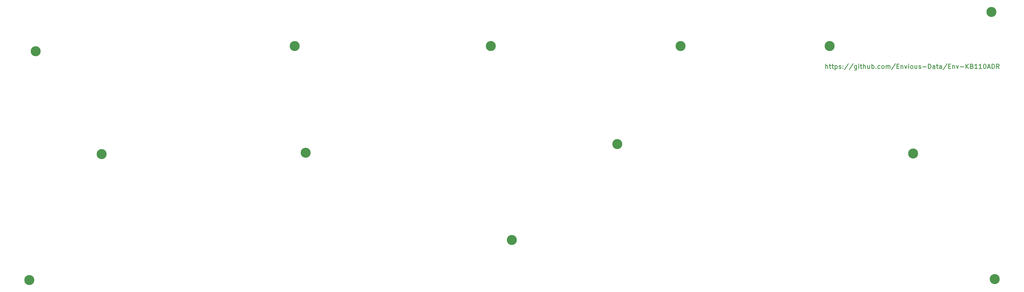
<source format=gts>
G04 #@! TF.GenerationSoftware,KiCad,Pcbnew,(5.1.10)-1*
G04 #@! TF.CreationDate,2021-09-30T18:38:30+01:00*
G04 #@! TF.ProjectId,110ADR-SwitchPlate,31313041-4452-42d5-9377-69746368506c,rev?*
G04 #@! TF.SameCoordinates,Original*
G04 #@! TF.FileFunction,Soldermask,Top*
G04 #@! TF.FilePolarity,Negative*
%FSLAX46Y46*%
G04 Gerber Fmt 4.6, Leading zero omitted, Abs format (unit mm)*
G04 Created by KiCad (PCBNEW (5.1.10)-1) date 2021-09-30 18:38:30*
%MOMM*%
%LPD*%
G01*
G04 APERTURE LIST*
%ADD10C,0.300000*%
%ADD11C,4.400000*%
G04 APERTURE END LIST*
D10*
X389750000Y-80904761D02*
X389750000Y-78904761D01*
X390607142Y-80904761D02*
X390607142Y-79857142D01*
X390511904Y-79666666D01*
X390321428Y-79571428D01*
X390035714Y-79571428D01*
X389845238Y-79666666D01*
X389750000Y-79761904D01*
X391273809Y-79571428D02*
X392035714Y-79571428D01*
X391559523Y-78904761D02*
X391559523Y-80619047D01*
X391654761Y-80809523D01*
X391845238Y-80904761D01*
X392035714Y-80904761D01*
X392416666Y-79571428D02*
X393178571Y-79571428D01*
X392702380Y-78904761D02*
X392702380Y-80619047D01*
X392797619Y-80809523D01*
X392988095Y-80904761D01*
X393178571Y-80904761D01*
X393845238Y-79571428D02*
X393845238Y-81571428D01*
X393845238Y-79666666D02*
X394035714Y-79571428D01*
X394416666Y-79571428D01*
X394607142Y-79666666D01*
X394702380Y-79761904D01*
X394797619Y-79952380D01*
X394797619Y-80523809D01*
X394702380Y-80714285D01*
X394607142Y-80809523D01*
X394416666Y-80904761D01*
X394035714Y-80904761D01*
X393845238Y-80809523D01*
X395559523Y-80809523D02*
X395750000Y-80904761D01*
X396130952Y-80904761D01*
X396321428Y-80809523D01*
X396416666Y-80619047D01*
X396416666Y-80523809D01*
X396321428Y-80333333D01*
X396130952Y-80238095D01*
X395845238Y-80238095D01*
X395654761Y-80142857D01*
X395559523Y-79952380D01*
X395559523Y-79857142D01*
X395654761Y-79666666D01*
X395845238Y-79571428D01*
X396130952Y-79571428D01*
X396321428Y-79666666D01*
X397273809Y-80714285D02*
X397369047Y-80809523D01*
X397273809Y-80904761D01*
X397178571Y-80809523D01*
X397273809Y-80714285D01*
X397273809Y-80904761D01*
X397273809Y-79666666D02*
X397369047Y-79761904D01*
X397273809Y-79857142D01*
X397178571Y-79761904D01*
X397273809Y-79666666D01*
X397273809Y-79857142D01*
X399654761Y-78809523D02*
X397940476Y-81380952D01*
X401750000Y-78809523D02*
X400035714Y-81380952D01*
X403273809Y-79571428D02*
X403273809Y-81190476D01*
X403178571Y-81380952D01*
X403083333Y-81476190D01*
X402892857Y-81571428D01*
X402607142Y-81571428D01*
X402416666Y-81476190D01*
X403273809Y-80809523D02*
X403083333Y-80904761D01*
X402702380Y-80904761D01*
X402511904Y-80809523D01*
X402416666Y-80714285D01*
X402321428Y-80523809D01*
X402321428Y-79952380D01*
X402416666Y-79761904D01*
X402511904Y-79666666D01*
X402702380Y-79571428D01*
X403083333Y-79571428D01*
X403273809Y-79666666D01*
X404226190Y-80904761D02*
X404226190Y-79571428D01*
X404226190Y-78904761D02*
X404130952Y-79000000D01*
X404226190Y-79095238D01*
X404321428Y-79000000D01*
X404226190Y-78904761D01*
X404226190Y-79095238D01*
X404892857Y-79571428D02*
X405654761Y-79571428D01*
X405178571Y-78904761D02*
X405178571Y-80619047D01*
X405273809Y-80809523D01*
X405464285Y-80904761D01*
X405654761Y-80904761D01*
X406321428Y-80904761D02*
X406321428Y-78904761D01*
X407178571Y-80904761D02*
X407178571Y-79857142D01*
X407083333Y-79666666D01*
X406892857Y-79571428D01*
X406607142Y-79571428D01*
X406416666Y-79666666D01*
X406321428Y-79761904D01*
X408988095Y-79571428D02*
X408988095Y-80904761D01*
X408130952Y-79571428D02*
X408130952Y-80619047D01*
X408226190Y-80809523D01*
X408416666Y-80904761D01*
X408702380Y-80904761D01*
X408892857Y-80809523D01*
X408988095Y-80714285D01*
X409940476Y-80904761D02*
X409940476Y-78904761D01*
X409940476Y-79666666D02*
X410130952Y-79571428D01*
X410511904Y-79571428D01*
X410702380Y-79666666D01*
X410797619Y-79761904D01*
X410892857Y-79952380D01*
X410892857Y-80523809D01*
X410797619Y-80714285D01*
X410702380Y-80809523D01*
X410511904Y-80904761D01*
X410130952Y-80904761D01*
X409940476Y-80809523D01*
X411750000Y-80714285D02*
X411845238Y-80809523D01*
X411750000Y-80904761D01*
X411654761Y-80809523D01*
X411750000Y-80714285D01*
X411750000Y-80904761D01*
X413559523Y-80809523D02*
X413369047Y-80904761D01*
X412988095Y-80904761D01*
X412797619Y-80809523D01*
X412702380Y-80714285D01*
X412607142Y-80523809D01*
X412607142Y-79952380D01*
X412702380Y-79761904D01*
X412797619Y-79666666D01*
X412988095Y-79571428D01*
X413369047Y-79571428D01*
X413559523Y-79666666D01*
X414702380Y-80904761D02*
X414511904Y-80809523D01*
X414416666Y-80714285D01*
X414321428Y-80523809D01*
X414321428Y-79952380D01*
X414416666Y-79761904D01*
X414511904Y-79666666D01*
X414702380Y-79571428D01*
X414988095Y-79571428D01*
X415178571Y-79666666D01*
X415273809Y-79761904D01*
X415369047Y-79952380D01*
X415369047Y-80523809D01*
X415273809Y-80714285D01*
X415178571Y-80809523D01*
X414988095Y-80904761D01*
X414702380Y-80904761D01*
X416226190Y-80904761D02*
X416226190Y-79571428D01*
X416226190Y-79761904D02*
X416321428Y-79666666D01*
X416511904Y-79571428D01*
X416797619Y-79571428D01*
X416988095Y-79666666D01*
X417083333Y-79857142D01*
X417083333Y-80904761D01*
X417083333Y-79857142D02*
X417178571Y-79666666D01*
X417369047Y-79571428D01*
X417654761Y-79571428D01*
X417845238Y-79666666D01*
X417940476Y-79857142D01*
X417940476Y-80904761D01*
X420321428Y-78809523D02*
X418607142Y-81380952D01*
X420988095Y-79857142D02*
X421654761Y-79857142D01*
X421940476Y-80904761D02*
X420988095Y-80904761D01*
X420988095Y-78904761D01*
X421940476Y-78904761D01*
X422797619Y-79571428D02*
X422797619Y-80904761D01*
X422797619Y-79761904D02*
X422892857Y-79666666D01*
X423083333Y-79571428D01*
X423369047Y-79571428D01*
X423559523Y-79666666D01*
X423654761Y-79857142D01*
X423654761Y-80904761D01*
X424416666Y-79571428D02*
X424892857Y-80904761D01*
X425369047Y-79571428D01*
X426130952Y-80904761D02*
X426130952Y-79571428D01*
X426130952Y-78904761D02*
X426035714Y-79000000D01*
X426130952Y-79095238D01*
X426226190Y-79000000D01*
X426130952Y-78904761D01*
X426130952Y-79095238D01*
X427369047Y-80904761D02*
X427178571Y-80809523D01*
X427083333Y-80714285D01*
X426988095Y-80523809D01*
X426988095Y-79952380D01*
X427083333Y-79761904D01*
X427178571Y-79666666D01*
X427369047Y-79571428D01*
X427654761Y-79571428D01*
X427845238Y-79666666D01*
X427940476Y-79761904D01*
X428035714Y-79952380D01*
X428035714Y-80523809D01*
X427940476Y-80714285D01*
X427845238Y-80809523D01*
X427654761Y-80904761D01*
X427369047Y-80904761D01*
X429750000Y-79571428D02*
X429750000Y-80904761D01*
X428892857Y-79571428D02*
X428892857Y-80619047D01*
X428988095Y-80809523D01*
X429178571Y-80904761D01*
X429464285Y-80904761D01*
X429654761Y-80809523D01*
X429750000Y-80714285D01*
X430607142Y-80809523D02*
X430797619Y-80904761D01*
X431178571Y-80904761D01*
X431369047Y-80809523D01*
X431464285Y-80619047D01*
X431464285Y-80523809D01*
X431369047Y-80333333D01*
X431178571Y-80238095D01*
X430892857Y-80238095D01*
X430702380Y-80142857D01*
X430607142Y-79952380D01*
X430607142Y-79857142D01*
X430702380Y-79666666D01*
X430892857Y-79571428D01*
X431178571Y-79571428D01*
X431369047Y-79666666D01*
X432321428Y-80142857D02*
X433845238Y-80142857D01*
X434797619Y-80904761D02*
X434797619Y-78904761D01*
X435273809Y-78904761D01*
X435559523Y-79000000D01*
X435750000Y-79190476D01*
X435845238Y-79380952D01*
X435940476Y-79761904D01*
X435940476Y-80047619D01*
X435845238Y-80428571D01*
X435750000Y-80619047D01*
X435559523Y-80809523D01*
X435273809Y-80904761D01*
X434797619Y-80904761D01*
X437654761Y-80904761D02*
X437654761Y-79857142D01*
X437559523Y-79666666D01*
X437369047Y-79571428D01*
X436988095Y-79571428D01*
X436797619Y-79666666D01*
X437654761Y-80809523D02*
X437464285Y-80904761D01*
X436988095Y-80904761D01*
X436797619Y-80809523D01*
X436702380Y-80619047D01*
X436702380Y-80428571D01*
X436797619Y-80238095D01*
X436988095Y-80142857D01*
X437464285Y-80142857D01*
X437654761Y-80047619D01*
X438321428Y-79571428D02*
X439083333Y-79571428D01*
X438607142Y-78904761D02*
X438607142Y-80619047D01*
X438702380Y-80809523D01*
X438892857Y-80904761D01*
X439083333Y-80904761D01*
X440607142Y-80904761D02*
X440607142Y-79857142D01*
X440511904Y-79666666D01*
X440321428Y-79571428D01*
X439940476Y-79571428D01*
X439750000Y-79666666D01*
X440607142Y-80809523D02*
X440416666Y-80904761D01*
X439940476Y-80904761D01*
X439750000Y-80809523D01*
X439654761Y-80619047D01*
X439654761Y-80428571D01*
X439750000Y-80238095D01*
X439940476Y-80142857D01*
X440416666Y-80142857D01*
X440607142Y-80047619D01*
X442988095Y-78809523D02*
X441273809Y-81380952D01*
X443654761Y-79857142D02*
X444321428Y-79857142D01*
X444607142Y-80904761D02*
X443654761Y-80904761D01*
X443654761Y-78904761D01*
X444607142Y-78904761D01*
X445464285Y-79571428D02*
X445464285Y-80904761D01*
X445464285Y-79761904D02*
X445559523Y-79666666D01*
X445750000Y-79571428D01*
X446035714Y-79571428D01*
X446226190Y-79666666D01*
X446321428Y-79857142D01*
X446321428Y-80904761D01*
X447083333Y-79571428D02*
X447559523Y-80904761D01*
X448035714Y-79571428D01*
X448797619Y-80142857D02*
X450321428Y-80142857D01*
X451273809Y-80904761D02*
X451273809Y-78904761D01*
X452416666Y-80904761D02*
X451559523Y-79761904D01*
X452416666Y-78904761D02*
X451273809Y-80047619D01*
X453940476Y-79857142D02*
X454226190Y-79952380D01*
X454321428Y-80047619D01*
X454416666Y-80238095D01*
X454416666Y-80523809D01*
X454321428Y-80714285D01*
X454226190Y-80809523D01*
X454035714Y-80904761D01*
X453273809Y-80904761D01*
X453273809Y-78904761D01*
X453940476Y-78904761D01*
X454130952Y-79000000D01*
X454226190Y-79095238D01*
X454321428Y-79285714D01*
X454321428Y-79476190D01*
X454226190Y-79666666D01*
X454130952Y-79761904D01*
X453940476Y-79857142D01*
X453273809Y-79857142D01*
X456321428Y-80904761D02*
X455178571Y-80904761D01*
X455750000Y-80904761D02*
X455750000Y-78904761D01*
X455559523Y-79190476D01*
X455369047Y-79380952D01*
X455178571Y-79476190D01*
X458226190Y-80904761D02*
X457083333Y-80904761D01*
X457654761Y-80904761D02*
X457654761Y-78904761D01*
X457464285Y-79190476D01*
X457273809Y-79380952D01*
X457083333Y-79476190D01*
X459464285Y-78904761D02*
X459654761Y-78904761D01*
X459845238Y-79000000D01*
X459940476Y-79095238D01*
X460035714Y-79285714D01*
X460130952Y-79666666D01*
X460130952Y-80142857D01*
X460035714Y-80523809D01*
X459940476Y-80714285D01*
X459845238Y-80809523D01*
X459654761Y-80904761D01*
X459464285Y-80904761D01*
X459273809Y-80809523D01*
X459178571Y-80714285D01*
X459083333Y-80523809D01*
X458988095Y-80142857D01*
X458988095Y-79666666D01*
X459083333Y-79285714D01*
X459178571Y-79095238D01*
X459273809Y-79000000D01*
X459464285Y-78904761D01*
X460892857Y-80333333D02*
X461845238Y-80333333D01*
X460702380Y-80904761D02*
X461369047Y-78904761D01*
X462035714Y-80904761D01*
X462702380Y-80904761D02*
X462702380Y-78904761D01*
X463178571Y-78904761D01*
X463464285Y-79000000D01*
X463654761Y-79190476D01*
X463750000Y-79380952D01*
X463845238Y-79761904D01*
X463845238Y-80047619D01*
X463750000Y-80428571D01*
X463654761Y-80619047D01*
X463464285Y-80809523D01*
X463178571Y-80904761D01*
X462702380Y-80904761D01*
X465845238Y-80904761D02*
X465178571Y-79952380D01*
X464702380Y-80904761D02*
X464702380Y-78904761D01*
X465464285Y-78904761D01*
X465654761Y-79000000D01*
X465750000Y-79095238D01*
X465845238Y-79285714D01*
X465845238Y-79571428D01*
X465750000Y-79761904D01*
X465654761Y-79857142D01*
X465464285Y-79952380D01*
X464702380Y-79952380D01*
D11*
X42900000Y-73300000D03*
X462510000Y-56020000D03*
X40110000Y-173850000D03*
X463910000Y-173450000D03*
X251910000Y-156250000D03*
X298185000Y-114050000D03*
X428125000Y-118225000D03*
X161435000Y-117900000D03*
X71860000Y-118500000D03*
X242700000Y-71000000D03*
X391400000Y-71000000D03*
X326000000Y-71000000D03*
X156600000Y-71000000D03*
M02*

</source>
